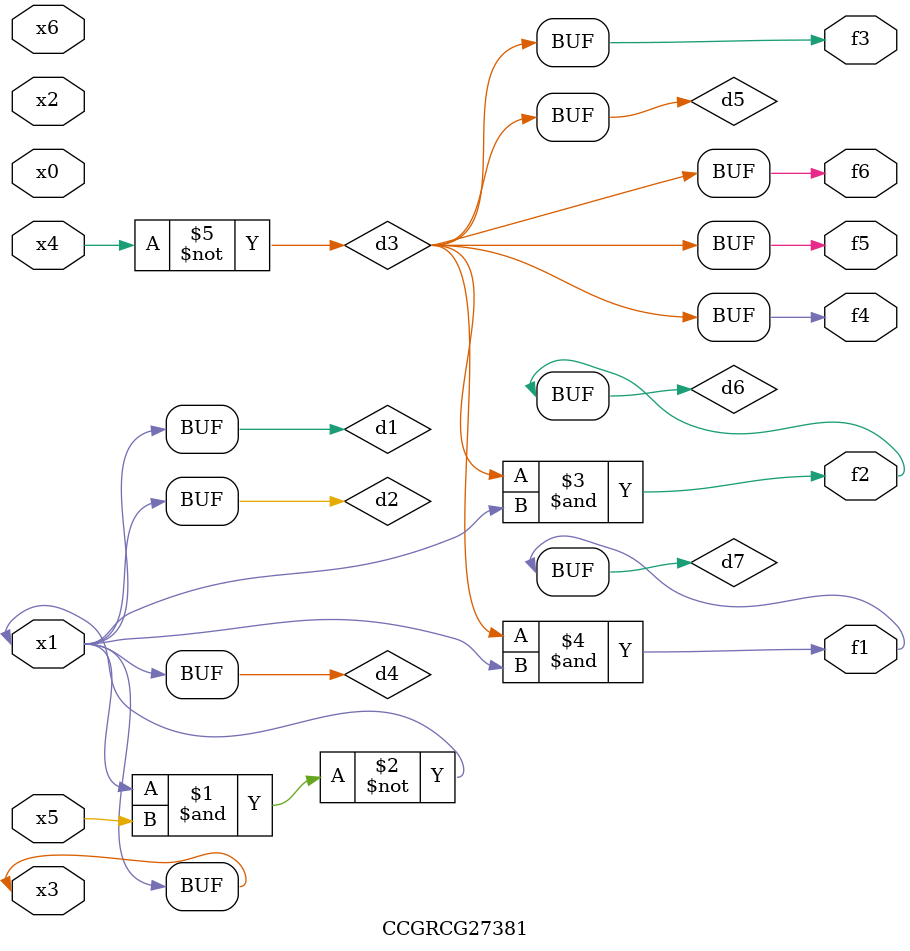
<source format=v>
module CCGRCG27381(
	input x0, x1, x2, x3, x4, x5, x6,
	output f1, f2, f3, f4, f5, f6
);

	wire d1, d2, d3, d4, d5, d6, d7;

	buf (d1, x1, x3);
	nand (d2, x1, x5);
	not (d3, x4);
	buf (d4, d1, d2);
	buf (d5, d3);
	and (d6, d3, d4);
	and (d7, d3, d4);
	assign f1 = d7;
	assign f2 = d6;
	assign f3 = d5;
	assign f4 = d5;
	assign f5 = d5;
	assign f6 = d5;
endmodule

</source>
